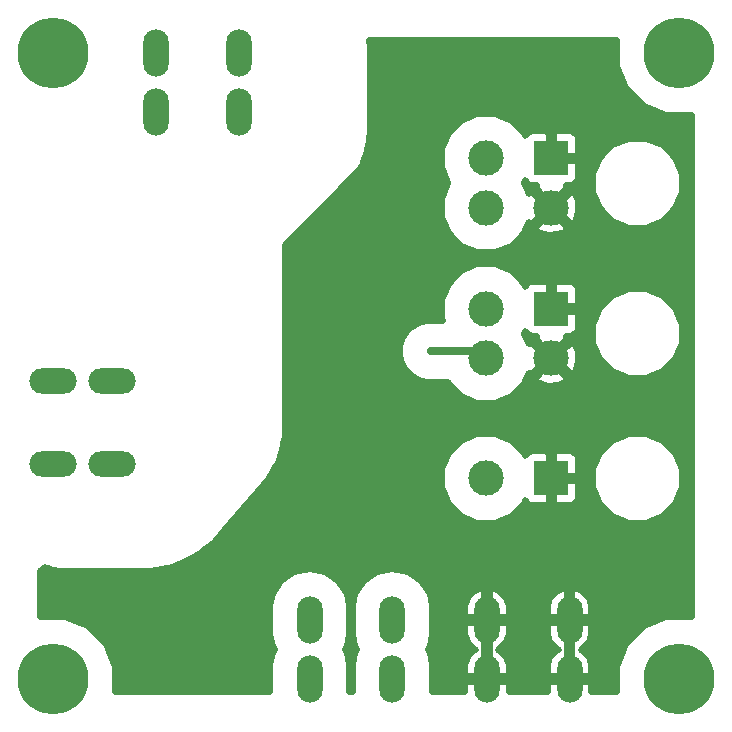
<source format=gbr>
G04 #@! TF.GenerationSoftware,KiCad,Pcbnew,(5.0.2)-1*
G04 #@! TF.CreationDate,2019-05-27T06:26:55-02:30*
G04 #@! TF.ProjectId,IndicatorLEDs_PCB,496e6469-6361-4746-9f72-4c4544735f50,rev?*
G04 #@! TF.SameCoordinates,Original*
G04 #@! TF.FileFunction,Copper,L2,Bot*
G04 #@! TF.FilePolarity,Positive*
%FSLAX46Y46*%
G04 Gerber Fmt 4.6, Leading zero omitted, Abs format (unit mm)*
G04 Created by KiCad (PCBNEW (5.0.2)-1) date 5/27/2019 6:26:55 AM*
%MOMM*%
%LPD*%
G01*
G04 APERTURE LIST*
G04 #@! TA.AperFunction,ComponentPad*
%ADD10C,6.000000*%
G04 #@! TD*
G04 #@! TA.AperFunction,ComponentPad*
%ADD11O,2.150000X4.000000*%
G04 #@! TD*
G04 #@! TA.AperFunction,ComponentPad*
%ADD12O,4.000000X2.150000*%
G04 #@! TD*
G04 #@! TA.AperFunction,ComponentPad*
%ADD13C,3.000000*%
G04 #@! TD*
G04 #@! TA.AperFunction,ComponentPad*
%ADD14R,3.000000X3.000000*%
G04 #@! TD*
G04 #@! TA.AperFunction,ViaPad*
%ADD15C,0.600000*%
G04 #@! TD*
G04 #@! TA.AperFunction,Conductor*
%ADD16C,0.152400*%
G04 #@! TD*
G04 #@! TA.AperFunction,Conductor*
%ADD17C,0.635000*%
G04 #@! TD*
G04 #@! TA.AperFunction,Conductor*
%ADD18C,0.540000*%
G04 #@! TD*
G04 APERTURE END LIST*
D10*
G04 #@! TO.P,H1,1*
G04 #@! TO.N,Net-(H1-Pad1)*
X53500000Y-146500000D03*
G04 #@! TD*
G04 #@! TO.P,H2,1*
G04 #@! TO.N,Net-(H2-Pad1)*
X106500000Y-146500000D03*
G04 #@! TD*
G04 #@! TO.P,H3,1*
G04 #@! TO.N,Net-(H3-Pad1)*
X106500000Y-93500000D03*
G04 #@! TD*
G04 #@! TO.P,H4,1*
G04 #@! TO.N,Net-(H4-Pad1)*
X53500000Y-93500000D03*
G04 #@! TD*
D11*
G04 #@! TO.P,J1,1*
G04 #@! TO.N,/HV_Contactor_+*
X62250000Y-93500000D03*
X69250000Y-93500000D03*
X69250000Y-98500000D03*
X62250000Y-98500000D03*
G04 #@! TD*
D12*
G04 #@! TO.P,J2,1*
G04 #@! TO.N,ISO_GND*
X53500000Y-121250000D03*
X53500000Y-128250000D03*
X58500000Y-128250000D03*
X58500000Y-121250000D03*
G04 #@! TD*
D11*
G04 #@! TO.P,J5,1*
G04 #@! TO.N,+12V*
X75250000Y-141500000D03*
X82250000Y-141500000D03*
X82250000Y-146500000D03*
X75250000Y-146500000D03*
G04 #@! TD*
G04 #@! TO.P,J6,1*
G04 #@! TO.N,GND*
X90250000Y-146500000D03*
X97250000Y-146500000D03*
X97250000Y-141500000D03*
X90250000Y-141500000D03*
G04 #@! TD*
D13*
G04 #@! TO.P,J3,2*
G04 #@! TO.N,/BMS_Shorted_I*
X90200000Y-129500000D03*
D14*
G04 #@! TO.P,J3,1*
G04 #@! TO.N,GND*
X95700000Y-129500000D03*
G04 #@! TD*
D13*
G04 #@! TO.P,J4,4*
G04 #@! TO.N,/GREEN_LED_FRONT*
X90200000Y-106600000D03*
G04 #@! TO.P,J4,3*
G04 #@! TO.N,/RED_LED_FRONT*
X90200000Y-102400000D03*
G04 #@! TO.P,J4,2*
G04 #@! TO.N,GND*
X95700000Y-106600000D03*
D14*
G04 #@! TO.P,J4,1*
X95700000Y-102400000D03*
G04 #@! TD*
G04 #@! TO.P,J7,1*
G04 #@! TO.N,GND*
X95700000Y-115150000D03*
D13*
G04 #@! TO.P,J7,2*
X95700000Y-119350000D03*
G04 #@! TO.P,J7,3*
G04 #@! TO.N,/RED_LED_FRONT*
X90200000Y-115150000D03*
G04 #@! TO.P,J7,4*
G04 #@! TO.N,/GREEN_LED_FRONT*
X90200000Y-119350000D03*
G04 #@! TD*
D15*
G04 #@! TO.N,GND*
X74000000Y-118000000D03*
X74000000Y-120000000D03*
X74000000Y-123500000D03*
X73000000Y-131000000D03*
X66000000Y-137500000D03*
X56500000Y-139750000D03*
X61250000Y-146000000D03*
X68750000Y-146000000D03*
X70000000Y-142500000D03*
X77000000Y-136250000D03*
X79250000Y-133500000D03*
X78750000Y-127000000D03*
X78750000Y-119500000D03*
X74500000Y-111750000D03*
X78000000Y-110250000D03*
X75500000Y-109000000D03*
X79000000Y-107000000D03*
X79250000Y-104500000D03*
X81000000Y-99500000D03*
X82000000Y-94000000D03*
X89250000Y-93750000D03*
X98250000Y-94250000D03*
X95500000Y-97250000D03*
X86500000Y-97000000D03*
X101250000Y-99500000D03*
X106750000Y-101250000D03*
X107000000Y-108750000D03*
X103000000Y-110750000D03*
X107000000Y-113750000D03*
X107000000Y-121250000D03*
X102750000Y-123250000D03*
X107000000Y-127000000D03*
X106750000Y-134250000D03*
X102000000Y-136250000D03*
X106250000Y-138750000D03*
X102000000Y-140000000D03*
G04 #@! TO.N,/GREEN_LED_FRONT*
X85500000Y-118750000D03*
G04 #@! TD*
D16*
G04 #@! TO.N,GND*
X74000000Y-120000000D02*
X74000000Y-123500000D01*
X73000000Y-131000000D02*
X66500000Y-137500000D01*
X66500000Y-137500000D02*
X66000000Y-137500000D01*
X56500000Y-139750000D02*
X61250000Y-144500000D01*
X61250000Y-144500000D02*
X61250000Y-146000000D01*
X68750000Y-146000000D02*
X68750000Y-143750000D01*
X68750000Y-143750000D02*
X70000000Y-142500000D01*
X77000000Y-136250000D02*
X77000000Y-135750000D01*
X77000000Y-135750000D02*
X79250000Y-133500000D01*
X78750000Y-127000000D02*
X78750000Y-119500000D01*
X74000000Y-118000000D02*
X74000000Y-112250000D01*
X74000000Y-112250000D02*
X74500000Y-111750000D01*
X78000000Y-110250000D02*
X76750000Y-110250000D01*
X76750000Y-110250000D02*
X75500000Y-109000000D01*
X79000000Y-107000000D02*
X79000000Y-104750000D01*
X79000000Y-104750000D02*
X79250000Y-104500000D01*
X81000000Y-99500000D02*
X82000000Y-98500000D01*
X82000000Y-98500000D02*
X82000000Y-94000000D01*
X89250000Y-93750000D02*
X89750000Y-94250000D01*
X89750000Y-94250000D02*
X98250000Y-94250000D01*
X95500000Y-97250000D02*
X86750000Y-97250000D01*
X86750000Y-97250000D02*
X86500000Y-97000000D01*
X105750000Y-101250000D02*
X106750000Y-101250000D01*
X104750000Y-100250000D02*
X105750000Y-101250000D01*
X101250000Y-99500000D02*
X102000000Y-100250000D01*
X102000000Y-100250000D02*
X104750000Y-100250000D01*
X107000000Y-108750000D02*
X105000000Y-108750000D01*
X105000000Y-108750000D02*
X103000000Y-110750000D01*
X107000000Y-113750000D02*
X107000000Y-121250000D01*
X102750000Y-123250000D02*
X106500000Y-127000000D01*
X106500000Y-127000000D02*
X107000000Y-127000000D01*
X106750000Y-134250000D02*
X104750000Y-136250000D01*
X104750000Y-136250000D02*
X102000000Y-136250000D01*
X106250000Y-138750000D02*
X105000000Y-140000000D01*
X105000000Y-140000000D02*
X102000000Y-140000000D01*
D17*
G04 #@! TO.N,/GREEN_LED_FRONT*
X89600000Y-118750000D02*
X90200000Y-119350000D01*
X85500000Y-118750000D02*
X89600000Y-118750000D01*
G04 #@! TD*
D18*
G04 #@! TO.N,GND*
G36*
X101230000Y-92451732D02*
X101230000Y-94548268D01*
X102032310Y-96485215D01*
X103514785Y-97967690D01*
X105451732Y-98770000D01*
X107548268Y-98770000D01*
X107630001Y-98736145D01*
X107630000Y-141263855D01*
X107548268Y-141230000D01*
X105451732Y-141230000D01*
X103514785Y-142032310D01*
X102032310Y-143514785D01*
X101230000Y-145451732D01*
X101230000Y-147548268D01*
X101263855Y-147630000D01*
X99103000Y-147630000D01*
X99103000Y-146730000D01*
X97480000Y-146730000D01*
X97480000Y-146750000D01*
X97020000Y-146750000D01*
X97020000Y-146730000D01*
X95397000Y-146730000D01*
X95397000Y-147630000D01*
X92103000Y-147630000D01*
X92103000Y-146730000D01*
X90480000Y-146730000D01*
X90480000Y-146750000D01*
X90020000Y-146750000D01*
X90020000Y-146730000D01*
X88397000Y-146730000D01*
X88397000Y-147630000D01*
X85595000Y-147630000D01*
X85595000Y-145245548D01*
X85400921Y-144269846D01*
X85220615Y-144000000D01*
X85400921Y-143730154D01*
X85595000Y-142754452D01*
X85595000Y-141730000D01*
X88397000Y-141730000D01*
X88397000Y-142655000D01*
X88626068Y-143346605D01*
X89102365Y-143897904D01*
X89312719Y-144000000D01*
X89102365Y-144102096D01*
X88626068Y-144653395D01*
X88397000Y-145345000D01*
X88397000Y-146270000D01*
X90020000Y-146270000D01*
X90020000Y-141730000D01*
X90480000Y-141730000D01*
X90480000Y-146270000D01*
X92103000Y-146270000D01*
X92103000Y-145345000D01*
X91873932Y-144653395D01*
X91397635Y-144102096D01*
X91187281Y-144000000D01*
X91397635Y-143897904D01*
X91873932Y-143346605D01*
X92103000Y-142655000D01*
X92103000Y-141730000D01*
X95397000Y-141730000D01*
X95397000Y-142655000D01*
X95626068Y-143346605D01*
X96102365Y-143897904D01*
X96312719Y-144000000D01*
X96102365Y-144102096D01*
X95626068Y-144653395D01*
X95397000Y-145345000D01*
X95397000Y-146270000D01*
X97020000Y-146270000D01*
X97020000Y-141730000D01*
X97480000Y-141730000D01*
X97480000Y-146270000D01*
X99103000Y-146270000D01*
X99103000Y-145345000D01*
X98873932Y-144653395D01*
X98397635Y-144102096D01*
X98187281Y-144000000D01*
X98397635Y-143897904D01*
X98873932Y-143346605D01*
X99103000Y-142655000D01*
X99103000Y-141730000D01*
X97480000Y-141730000D01*
X97020000Y-141730000D01*
X95397000Y-141730000D01*
X92103000Y-141730000D01*
X90480000Y-141730000D01*
X90020000Y-141730000D01*
X88397000Y-141730000D01*
X85595000Y-141730000D01*
X85595000Y-140345000D01*
X88397000Y-140345000D01*
X88397000Y-141270000D01*
X90020000Y-141270000D01*
X90020000Y-138932526D01*
X90480000Y-138932526D01*
X90480000Y-141270000D01*
X92103000Y-141270000D01*
X92103000Y-140345000D01*
X95397000Y-140345000D01*
X95397000Y-141270000D01*
X97020000Y-141270000D01*
X97020000Y-138932526D01*
X97480000Y-138932526D01*
X97480000Y-141270000D01*
X99103000Y-141270000D01*
X99103000Y-140345000D01*
X98873932Y-139653395D01*
X98397635Y-139102096D01*
X97764800Y-138794947D01*
X97480000Y-138932526D01*
X97020000Y-138932526D01*
X96735200Y-138794947D01*
X96102365Y-139102096D01*
X95626068Y-139653395D01*
X95397000Y-140345000D01*
X92103000Y-140345000D01*
X91873932Y-139653395D01*
X91397635Y-139102096D01*
X90764800Y-138794947D01*
X90480000Y-138932526D01*
X90020000Y-138932526D01*
X89735200Y-138794947D01*
X89102365Y-139102096D01*
X88626068Y-139653395D01*
X88397000Y-140345000D01*
X85595000Y-140345000D01*
X85595000Y-140245548D01*
X85400921Y-139269846D01*
X84661610Y-138163390D01*
X83555153Y-137424079D01*
X82250000Y-137164468D01*
X80944846Y-137424079D01*
X79838390Y-138163390D01*
X79099079Y-139269847D01*
X78905000Y-140245549D01*
X78905000Y-142754452D01*
X79099079Y-143730154D01*
X79279385Y-144000000D01*
X79099079Y-144269847D01*
X78905000Y-145245549D01*
X78905000Y-147630000D01*
X78595000Y-147630000D01*
X78595000Y-145245548D01*
X78400921Y-144269846D01*
X78220615Y-144000000D01*
X78400921Y-143730154D01*
X78595000Y-142754452D01*
X78595000Y-140245548D01*
X78400921Y-139269846D01*
X77661610Y-138163390D01*
X76555153Y-137424079D01*
X75250000Y-137164468D01*
X73944846Y-137424079D01*
X72838390Y-138163390D01*
X72099079Y-139269847D01*
X71905000Y-140245549D01*
X71905000Y-142754452D01*
X72099079Y-143730154D01*
X72279385Y-144000000D01*
X72099079Y-144269847D01*
X71905000Y-145245549D01*
X71905000Y-147630000D01*
X58736145Y-147630000D01*
X58770000Y-147548268D01*
X58770000Y-145451732D01*
X57967690Y-143514785D01*
X56485215Y-142032310D01*
X54548268Y-141230000D01*
X52451732Y-141230000D01*
X52370000Y-141263855D01*
X52370000Y-137383049D01*
X52796106Y-136980616D01*
X52959519Y-137059086D01*
X53120005Y-137108458D01*
X53270785Y-137182324D01*
X53633077Y-137266299D01*
X54092413Y-137335357D01*
X54266576Y-137370000D01*
X61483424Y-137370000D01*
X61602401Y-137346334D01*
X62310222Y-137274031D01*
X62475532Y-137243892D01*
X62641226Y-137216277D01*
X63631791Y-136969993D01*
X63984547Y-136852221D01*
X64924387Y-136454011D01*
X65254376Y-136282505D01*
X66120353Y-135742175D01*
X66320042Y-135594615D01*
X66419449Y-135521159D01*
X67190238Y-134852012D01*
X67350371Y-134689274D01*
X67451078Y-134586929D01*
X68103730Y-133810165D01*
X71465115Y-129851751D01*
X71678933Y-129605637D01*
X71784440Y-129457083D01*
X71896035Y-129313041D01*
X71913456Y-129284907D01*
X72239473Y-128750100D01*
X86430000Y-128750100D01*
X86430000Y-130249900D01*
X87003948Y-131635534D01*
X88064466Y-132696052D01*
X89450100Y-133270000D01*
X90949900Y-133270000D01*
X92335534Y-132696052D01*
X93396052Y-131635534D01*
X93508599Y-131363821D01*
X93540444Y-131440702D01*
X93759299Y-131659557D01*
X94045246Y-131778000D01*
X95275500Y-131778000D01*
X95470000Y-131583500D01*
X95470000Y-129730000D01*
X95930000Y-129730000D01*
X95930000Y-131583500D01*
X96124500Y-131778000D01*
X97354754Y-131778000D01*
X97640701Y-131659557D01*
X97859556Y-131440702D01*
X97978000Y-131154754D01*
X97978000Y-129924500D01*
X97783500Y-129730000D01*
X95930000Y-129730000D01*
X95470000Y-129730000D01*
X95450000Y-129730000D01*
X95450000Y-129270000D01*
X95470000Y-129270000D01*
X95470000Y-127416500D01*
X95930000Y-127416500D01*
X95930000Y-129270000D01*
X97783500Y-129270000D01*
X97978000Y-129075500D01*
X97978000Y-128750100D01*
X99230000Y-128750100D01*
X99230000Y-130249900D01*
X99803948Y-131635534D01*
X100864466Y-132696052D01*
X102250100Y-133270000D01*
X103749900Y-133270000D01*
X105135534Y-132696052D01*
X106196052Y-131635534D01*
X106770000Y-130249900D01*
X106770000Y-128750100D01*
X106196052Y-127364466D01*
X105135534Y-126303948D01*
X103749900Y-125730000D01*
X102250100Y-125730000D01*
X100864466Y-126303948D01*
X99803948Y-127364466D01*
X99230000Y-128750100D01*
X97978000Y-128750100D01*
X97978000Y-127845246D01*
X97859556Y-127559298D01*
X97640701Y-127340443D01*
X97354754Y-127222000D01*
X96124500Y-127222000D01*
X95930000Y-127416500D01*
X95470000Y-127416500D01*
X95275500Y-127222000D01*
X94045246Y-127222000D01*
X93759299Y-127340443D01*
X93540444Y-127559298D01*
X93508599Y-127636179D01*
X93396052Y-127364466D01*
X92335534Y-126303948D01*
X90949900Y-125730000D01*
X89450100Y-125730000D01*
X88064466Y-126303948D01*
X87003948Y-127364466D01*
X86430000Y-128750100D01*
X72239473Y-128750100D01*
X72344447Y-128577899D01*
X72437835Y-128384428D01*
X72533891Y-128192327D01*
X72545516Y-128161346D01*
X72830974Y-127384088D01*
X72885002Y-127176172D01*
X72941918Y-126969065D01*
X72947304Y-126936415D01*
X73012009Y-126526331D01*
X73120000Y-125983424D01*
X73120000Y-118750000D01*
X82861808Y-118750000D01*
X82930000Y-119092825D01*
X82930000Y-119261205D01*
X82994436Y-119416767D01*
X83062628Y-119759592D01*
X83256822Y-120050224D01*
X83321259Y-120205788D01*
X83440324Y-120324853D01*
X83634517Y-120615483D01*
X83925147Y-120809676D01*
X84044212Y-120928741D01*
X84199776Y-120993178D01*
X84490408Y-121187372D01*
X84833232Y-121255564D01*
X84988795Y-121320000D01*
X85157175Y-121320000D01*
X85245154Y-121337500D01*
X86942630Y-121337500D01*
X87003948Y-121485534D01*
X88064466Y-122546052D01*
X89450100Y-123120000D01*
X90949900Y-123120000D01*
X92335534Y-122546052D01*
X93396052Y-121485534D01*
X93593589Y-121008635D01*
X94366634Y-121008635D01*
X94527577Y-121355001D01*
X95384104Y-121651046D01*
X96288722Y-121596778D01*
X96872423Y-121355001D01*
X97033366Y-121008635D01*
X95700000Y-119675269D01*
X94366634Y-121008635D01*
X93593589Y-121008635D01*
X93778847Y-120561384D01*
X94041365Y-120683366D01*
X95374731Y-119350000D01*
X96025269Y-119350000D01*
X97358635Y-120683366D01*
X97705001Y-120522423D01*
X98001046Y-119665896D01*
X97946778Y-118761278D01*
X97705001Y-118177577D01*
X97358635Y-118016634D01*
X96025269Y-119350000D01*
X95374731Y-119350000D01*
X94041365Y-118016634D01*
X93778847Y-118138616D01*
X93410771Y-117250000D01*
X93508599Y-117013821D01*
X93540444Y-117090702D01*
X93759299Y-117309557D01*
X94045246Y-117428000D01*
X94489010Y-117428000D01*
X94366634Y-117691365D01*
X95700000Y-119024731D01*
X97033366Y-117691365D01*
X96910990Y-117428000D01*
X97354754Y-117428000D01*
X97640701Y-117309557D01*
X97859556Y-117090702D01*
X97978000Y-116804754D01*
X97978000Y-116500100D01*
X99230000Y-116500100D01*
X99230000Y-117999900D01*
X99803948Y-119385534D01*
X100864466Y-120446052D01*
X102250100Y-121020000D01*
X103749900Y-121020000D01*
X105135534Y-120446052D01*
X106196052Y-119385534D01*
X106770000Y-117999900D01*
X106770000Y-116500100D01*
X106196052Y-115114466D01*
X105135534Y-114053948D01*
X103749900Y-113480000D01*
X102250100Y-113480000D01*
X100864466Y-114053948D01*
X99803948Y-115114466D01*
X99230000Y-116500100D01*
X97978000Y-116500100D01*
X97978000Y-115574500D01*
X97783500Y-115380000D01*
X95930000Y-115380000D01*
X95930000Y-115400000D01*
X95470000Y-115400000D01*
X95470000Y-115380000D01*
X95450000Y-115380000D01*
X95450000Y-114920000D01*
X95470000Y-114920000D01*
X95470000Y-113066500D01*
X95930000Y-113066500D01*
X95930000Y-114920000D01*
X97783500Y-114920000D01*
X97978000Y-114725500D01*
X97978000Y-113495246D01*
X97859556Y-113209298D01*
X97640701Y-112990443D01*
X97354754Y-112872000D01*
X96124500Y-112872000D01*
X95930000Y-113066500D01*
X95470000Y-113066500D01*
X95275500Y-112872000D01*
X94045246Y-112872000D01*
X93759299Y-112990443D01*
X93540444Y-113209298D01*
X93508599Y-113286179D01*
X93396052Y-113014466D01*
X92335534Y-111953948D01*
X90949900Y-111380000D01*
X89450100Y-111380000D01*
X88064466Y-111953948D01*
X87003948Y-113014466D01*
X86430000Y-114400100D01*
X86430000Y-115899900D01*
X86538772Y-116162500D01*
X85245154Y-116162500D01*
X85157175Y-116180000D01*
X84988795Y-116180000D01*
X84833232Y-116244436D01*
X84490408Y-116312628D01*
X84199776Y-116506822D01*
X84044212Y-116571259D01*
X83925147Y-116690324D01*
X83634517Y-116884517D01*
X83440324Y-117175147D01*
X83321259Y-117294212D01*
X83256822Y-117449776D01*
X83062628Y-117740408D01*
X82994436Y-118083233D01*
X82930000Y-118238795D01*
X82930000Y-118407175D01*
X82861808Y-118750000D01*
X73120000Y-118750000D01*
X73120000Y-109731685D01*
X79340898Y-103510788D01*
X79732491Y-102924728D01*
X79778218Y-102694843D01*
X79875819Y-102461213D01*
X79923969Y-102310096D01*
X79978221Y-102161039D01*
X80115126Y-101650100D01*
X86430000Y-101650100D01*
X86430000Y-103149900D01*
X86989229Y-104500000D01*
X86430000Y-105850100D01*
X86430000Y-107349900D01*
X87003948Y-108735534D01*
X88064466Y-109796052D01*
X89450100Y-110370000D01*
X90949900Y-110370000D01*
X92335534Y-109796052D01*
X93396052Y-108735534D01*
X93593589Y-108258635D01*
X94366634Y-108258635D01*
X94527577Y-108605001D01*
X95384104Y-108901046D01*
X96288722Y-108846778D01*
X96872423Y-108605001D01*
X97033366Y-108258635D01*
X95700000Y-106925269D01*
X94366634Y-108258635D01*
X93593589Y-108258635D01*
X93778847Y-107811384D01*
X94041365Y-107933366D01*
X95374731Y-106600000D01*
X96025269Y-106600000D01*
X97358635Y-107933366D01*
X97705001Y-107772423D01*
X98001046Y-106915896D01*
X97946778Y-106011278D01*
X97705001Y-105427577D01*
X97358635Y-105266634D01*
X96025269Y-106600000D01*
X95374731Y-106600000D01*
X94041365Y-105266634D01*
X93778847Y-105388616D01*
X93410771Y-104500000D01*
X93508599Y-104263821D01*
X93540444Y-104340702D01*
X93759299Y-104559557D01*
X94045246Y-104678000D01*
X94489010Y-104678000D01*
X94366634Y-104941365D01*
X95700000Y-106274731D01*
X97033366Y-104941365D01*
X96910990Y-104678000D01*
X97354754Y-104678000D01*
X97640701Y-104559557D01*
X97859556Y-104340702D01*
X97978000Y-104054754D01*
X97978000Y-103750100D01*
X99230000Y-103750100D01*
X99230000Y-105249900D01*
X99803948Y-106635534D01*
X100864466Y-107696052D01*
X102250100Y-108270000D01*
X103749900Y-108270000D01*
X105135534Y-107696052D01*
X106196052Y-106635534D01*
X106770000Y-105249900D01*
X106770000Y-103750100D01*
X106196052Y-102364466D01*
X105135534Y-101303948D01*
X103749900Y-100730000D01*
X102250100Y-100730000D01*
X100864466Y-101303948D01*
X99803948Y-102364466D01*
X99230000Y-103750100D01*
X97978000Y-103750100D01*
X97978000Y-102824500D01*
X97783500Y-102630000D01*
X95930000Y-102630000D01*
X95930000Y-102650000D01*
X95470000Y-102650000D01*
X95470000Y-102630000D01*
X95450000Y-102630000D01*
X95450000Y-102170000D01*
X95470000Y-102170000D01*
X95470000Y-100316500D01*
X95930000Y-100316500D01*
X95930000Y-102170000D01*
X97783500Y-102170000D01*
X97978000Y-101975500D01*
X97978000Y-100745246D01*
X97859556Y-100459298D01*
X97640701Y-100240443D01*
X97354754Y-100122000D01*
X96124500Y-100122000D01*
X95930000Y-100316500D01*
X95470000Y-100316500D01*
X95275500Y-100122000D01*
X94045246Y-100122000D01*
X93759299Y-100240443D01*
X93540444Y-100459298D01*
X93508599Y-100536179D01*
X93396052Y-100264466D01*
X92335534Y-99203948D01*
X90949900Y-98630000D01*
X89450100Y-98630000D01*
X88064466Y-99203948D01*
X87003948Y-100264466D01*
X86430000Y-101650100D01*
X80115126Y-101650100D01*
X80215343Y-101276085D01*
X80250751Y-101075272D01*
X80287079Y-100869246D01*
X80360322Y-100032079D01*
X80370000Y-99983424D01*
X80370000Y-93016576D01*
X80241388Y-92370000D01*
X101263855Y-92370000D01*
X101230000Y-92451732D01*
X101230000Y-92451732D01*
G37*
X101230000Y-92451732D02*
X101230000Y-94548268D01*
X102032310Y-96485215D01*
X103514785Y-97967690D01*
X105451732Y-98770000D01*
X107548268Y-98770000D01*
X107630001Y-98736145D01*
X107630000Y-141263855D01*
X107548268Y-141230000D01*
X105451732Y-141230000D01*
X103514785Y-142032310D01*
X102032310Y-143514785D01*
X101230000Y-145451732D01*
X101230000Y-147548268D01*
X101263855Y-147630000D01*
X99103000Y-147630000D01*
X99103000Y-146730000D01*
X97480000Y-146730000D01*
X97480000Y-146750000D01*
X97020000Y-146750000D01*
X97020000Y-146730000D01*
X95397000Y-146730000D01*
X95397000Y-147630000D01*
X92103000Y-147630000D01*
X92103000Y-146730000D01*
X90480000Y-146730000D01*
X90480000Y-146750000D01*
X90020000Y-146750000D01*
X90020000Y-146730000D01*
X88397000Y-146730000D01*
X88397000Y-147630000D01*
X85595000Y-147630000D01*
X85595000Y-145245548D01*
X85400921Y-144269846D01*
X85220615Y-144000000D01*
X85400921Y-143730154D01*
X85595000Y-142754452D01*
X85595000Y-141730000D01*
X88397000Y-141730000D01*
X88397000Y-142655000D01*
X88626068Y-143346605D01*
X89102365Y-143897904D01*
X89312719Y-144000000D01*
X89102365Y-144102096D01*
X88626068Y-144653395D01*
X88397000Y-145345000D01*
X88397000Y-146270000D01*
X90020000Y-146270000D01*
X90020000Y-141730000D01*
X90480000Y-141730000D01*
X90480000Y-146270000D01*
X92103000Y-146270000D01*
X92103000Y-145345000D01*
X91873932Y-144653395D01*
X91397635Y-144102096D01*
X91187281Y-144000000D01*
X91397635Y-143897904D01*
X91873932Y-143346605D01*
X92103000Y-142655000D01*
X92103000Y-141730000D01*
X95397000Y-141730000D01*
X95397000Y-142655000D01*
X95626068Y-143346605D01*
X96102365Y-143897904D01*
X96312719Y-144000000D01*
X96102365Y-144102096D01*
X95626068Y-144653395D01*
X95397000Y-145345000D01*
X95397000Y-146270000D01*
X97020000Y-146270000D01*
X97020000Y-141730000D01*
X97480000Y-141730000D01*
X97480000Y-146270000D01*
X99103000Y-146270000D01*
X99103000Y-145345000D01*
X98873932Y-144653395D01*
X98397635Y-144102096D01*
X98187281Y-144000000D01*
X98397635Y-143897904D01*
X98873932Y-143346605D01*
X99103000Y-142655000D01*
X99103000Y-141730000D01*
X97480000Y-141730000D01*
X97020000Y-141730000D01*
X95397000Y-141730000D01*
X92103000Y-141730000D01*
X90480000Y-141730000D01*
X90020000Y-141730000D01*
X88397000Y-141730000D01*
X85595000Y-141730000D01*
X85595000Y-140345000D01*
X88397000Y-140345000D01*
X88397000Y-141270000D01*
X90020000Y-141270000D01*
X90020000Y-138932526D01*
X90480000Y-138932526D01*
X90480000Y-141270000D01*
X92103000Y-141270000D01*
X92103000Y-140345000D01*
X95397000Y-140345000D01*
X95397000Y-141270000D01*
X97020000Y-141270000D01*
X97020000Y-138932526D01*
X97480000Y-138932526D01*
X97480000Y-141270000D01*
X99103000Y-141270000D01*
X99103000Y-140345000D01*
X98873932Y-139653395D01*
X98397635Y-139102096D01*
X97764800Y-138794947D01*
X97480000Y-138932526D01*
X97020000Y-138932526D01*
X96735200Y-138794947D01*
X96102365Y-139102096D01*
X95626068Y-139653395D01*
X95397000Y-140345000D01*
X92103000Y-140345000D01*
X91873932Y-139653395D01*
X91397635Y-139102096D01*
X90764800Y-138794947D01*
X90480000Y-138932526D01*
X90020000Y-138932526D01*
X89735200Y-138794947D01*
X89102365Y-139102096D01*
X88626068Y-139653395D01*
X88397000Y-140345000D01*
X85595000Y-140345000D01*
X85595000Y-140245548D01*
X85400921Y-139269846D01*
X84661610Y-138163390D01*
X83555153Y-137424079D01*
X82250000Y-137164468D01*
X80944846Y-137424079D01*
X79838390Y-138163390D01*
X79099079Y-139269847D01*
X78905000Y-140245549D01*
X78905000Y-142754452D01*
X79099079Y-143730154D01*
X79279385Y-144000000D01*
X79099079Y-144269847D01*
X78905000Y-145245549D01*
X78905000Y-147630000D01*
X78595000Y-147630000D01*
X78595000Y-145245548D01*
X78400921Y-144269846D01*
X78220615Y-144000000D01*
X78400921Y-143730154D01*
X78595000Y-142754452D01*
X78595000Y-140245548D01*
X78400921Y-139269846D01*
X77661610Y-138163390D01*
X76555153Y-137424079D01*
X75250000Y-137164468D01*
X73944846Y-137424079D01*
X72838390Y-138163390D01*
X72099079Y-139269847D01*
X71905000Y-140245549D01*
X71905000Y-142754452D01*
X72099079Y-143730154D01*
X72279385Y-144000000D01*
X72099079Y-144269847D01*
X71905000Y-145245549D01*
X71905000Y-147630000D01*
X58736145Y-147630000D01*
X58770000Y-147548268D01*
X58770000Y-145451732D01*
X57967690Y-143514785D01*
X56485215Y-142032310D01*
X54548268Y-141230000D01*
X52451732Y-141230000D01*
X52370000Y-141263855D01*
X52370000Y-137383049D01*
X52796106Y-136980616D01*
X52959519Y-137059086D01*
X53120005Y-137108458D01*
X53270785Y-137182324D01*
X53633077Y-137266299D01*
X54092413Y-137335357D01*
X54266576Y-137370000D01*
X61483424Y-137370000D01*
X61602401Y-137346334D01*
X62310222Y-137274031D01*
X62475532Y-137243892D01*
X62641226Y-137216277D01*
X63631791Y-136969993D01*
X63984547Y-136852221D01*
X64924387Y-136454011D01*
X65254376Y-136282505D01*
X66120353Y-135742175D01*
X66320042Y-135594615D01*
X66419449Y-135521159D01*
X67190238Y-134852012D01*
X67350371Y-134689274D01*
X67451078Y-134586929D01*
X68103730Y-133810165D01*
X71465115Y-129851751D01*
X71678933Y-129605637D01*
X71784440Y-129457083D01*
X71896035Y-129313041D01*
X71913456Y-129284907D01*
X72239473Y-128750100D01*
X86430000Y-128750100D01*
X86430000Y-130249900D01*
X87003948Y-131635534D01*
X88064466Y-132696052D01*
X89450100Y-133270000D01*
X90949900Y-133270000D01*
X92335534Y-132696052D01*
X93396052Y-131635534D01*
X93508599Y-131363821D01*
X93540444Y-131440702D01*
X93759299Y-131659557D01*
X94045246Y-131778000D01*
X95275500Y-131778000D01*
X95470000Y-131583500D01*
X95470000Y-129730000D01*
X95930000Y-129730000D01*
X95930000Y-131583500D01*
X96124500Y-131778000D01*
X97354754Y-131778000D01*
X97640701Y-131659557D01*
X97859556Y-131440702D01*
X97978000Y-131154754D01*
X97978000Y-129924500D01*
X97783500Y-129730000D01*
X95930000Y-129730000D01*
X95470000Y-129730000D01*
X95450000Y-129730000D01*
X95450000Y-129270000D01*
X95470000Y-129270000D01*
X95470000Y-127416500D01*
X95930000Y-127416500D01*
X95930000Y-129270000D01*
X97783500Y-129270000D01*
X97978000Y-129075500D01*
X97978000Y-128750100D01*
X99230000Y-128750100D01*
X99230000Y-130249900D01*
X99803948Y-131635534D01*
X100864466Y-132696052D01*
X102250100Y-133270000D01*
X103749900Y-133270000D01*
X105135534Y-132696052D01*
X106196052Y-131635534D01*
X106770000Y-130249900D01*
X106770000Y-128750100D01*
X106196052Y-127364466D01*
X105135534Y-126303948D01*
X103749900Y-125730000D01*
X102250100Y-125730000D01*
X100864466Y-126303948D01*
X99803948Y-127364466D01*
X99230000Y-128750100D01*
X97978000Y-128750100D01*
X97978000Y-127845246D01*
X97859556Y-127559298D01*
X97640701Y-127340443D01*
X97354754Y-127222000D01*
X96124500Y-127222000D01*
X95930000Y-127416500D01*
X95470000Y-127416500D01*
X95275500Y-127222000D01*
X94045246Y-127222000D01*
X93759299Y-127340443D01*
X93540444Y-127559298D01*
X93508599Y-127636179D01*
X93396052Y-127364466D01*
X92335534Y-126303948D01*
X90949900Y-125730000D01*
X89450100Y-125730000D01*
X88064466Y-126303948D01*
X87003948Y-127364466D01*
X86430000Y-128750100D01*
X72239473Y-128750100D01*
X72344447Y-128577899D01*
X72437835Y-128384428D01*
X72533891Y-128192327D01*
X72545516Y-128161346D01*
X72830974Y-127384088D01*
X72885002Y-127176172D01*
X72941918Y-126969065D01*
X72947304Y-126936415D01*
X73012009Y-126526331D01*
X73120000Y-125983424D01*
X73120000Y-118750000D01*
X82861808Y-118750000D01*
X82930000Y-119092825D01*
X82930000Y-119261205D01*
X82994436Y-119416767D01*
X83062628Y-119759592D01*
X83256822Y-120050224D01*
X83321259Y-120205788D01*
X83440324Y-120324853D01*
X83634517Y-120615483D01*
X83925147Y-120809676D01*
X84044212Y-120928741D01*
X84199776Y-120993178D01*
X84490408Y-121187372D01*
X84833232Y-121255564D01*
X84988795Y-121320000D01*
X85157175Y-121320000D01*
X85245154Y-121337500D01*
X86942630Y-121337500D01*
X87003948Y-121485534D01*
X88064466Y-122546052D01*
X89450100Y-123120000D01*
X90949900Y-123120000D01*
X92335534Y-122546052D01*
X93396052Y-121485534D01*
X93593589Y-121008635D01*
X94366634Y-121008635D01*
X94527577Y-121355001D01*
X95384104Y-121651046D01*
X96288722Y-121596778D01*
X96872423Y-121355001D01*
X97033366Y-121008635D01*
X95700000Y-119675269D01*
X94366634Y-121008635D01*
X93593589Y-121008635D01*
X93778847Y-120561384D01*
X94041365Y-120683366D01*
X95374731Y-119350000D01*
X96025269Y-119350000D01*
X97358635Y-120683366D01*
X97705001Y-120522423D01*
X98001046Y-119665896D01*
X97946778Y-118761278D01*
X97705001Y-118177577D01*
X97358635Y-118016634D01*
X96025269Y-119350000D01*
X95374731Y-119350000D01*
X94041365Y-118016634D01*
X93778847Y-118138616D01*
X93410771Y-117250000D01*
X93508599Y-117013821D01*
X93540444Y-117090702D01*
X93759299Y-117309557D01*
X94045246Y-117428000D01*
X94489010Y-117428000D01*
X94366634Y-117691365D01*
X95700000Y-119024731D01*
X97033366Y-117691365D01*
X96910990Y-117428000D01*
X97354754Y-117428000D01*
X97640701Y-117309557D01*
X97859556Y-117090702D01*
X97978000Y-116804754D01*
X97978000Y-116500100D01*
X99230000Y-116500100D01*
X99230000Y-117999900D01*
X99803948Y-119385534D01*
X100864466Y-120446052D01*
X102250100Y-121020000D01*
X103749900Y-121020000D01*
X105135534Y-120446052D01*
X106196052Y-119385534D01*
X106770000Y-117999900D01*
X106770000Y-116500100D01*
X106196052Y-115114466D01*
X105135534Y-114053948D01*
X103749900Y-113480000D01*
X102250100Y-113480000D01*
X100864466Y-114053948D01*
X99803948Y-115114466D01*
X99230000Y-116500100D01*
X97978000Y-116500100D01*
X97978000Y-115574500D01*
X97783500Y-115380000D01*
X95930000Y-115380000D01*
X95930000Y-115400000D01*
X95470000Y-115400000D01*
X95470000Y-115380000D01*
X95450000Y-115380000D01*
X95450000Y-114920000D01*
X95470000Y-114920000D01*
X95470000Y-113066500D01*
X95930000Y-113066500D01*
X95930000Y-114920000D01*
X97783500Y-114920000D01*
X97978000Y-114725500D01*
X97978000Y-113495246D01*
X97859556Y-113209298D01*
X97640701Y-112990443D01*
X97354754Y-112872000D01*
X96124500Y-112872000D01*
X95930000Y-113066500D01*
X95470000Y-113066500D01*
X95275500Y-112872000D01*
X94045246Y-112872000D01*
X93759299Y-112990443D01*
X93540444Y-113209298D01*
X93508599Y-113286179D01*
X93396052Y-113014466D01*
X92335534Y-111953948D01*
X90949900Y-111380000D01*
X89450100Y-111380000D01*
X88064466Y-111953948D01*
X87003948Y-113014466D01*
X86430000Y-114400100D01*
X86430000Y-115899900D01*
X86538772Y-116162500D01*
X85245154Y-116162500D01*
X85157175Y-116180000D01*
X84988795Y-116180000D01*
X84833232Y-116244436D01*
X84490408Y-116312628D01*
X84199776Y-116506822D01*
X84044212Y-116571259D01*
X83925147Y-116690324D01*
X83634517Y-116884517D01*
X83440324Y-117175147D01*
X83321259Y-117294212D01*
X83256822Y-117449776D01*
X83062628Y-117740408D01*
X82994436Y-118083233D01*
X82930000Y-118238795D01*
X82930000Y-118407175D01*
X82861808Y-118750000D01*
X73120000Y-118750000D01*
X73120000Y-109731685D01*
X79340898Y-103510788D01*
X79732491Y-102924728D01*
X79778218Y-102694843D01*
X79875819Y-102461213D01*
X79923969Y-102310096D01*
X79978221Y-102161039D01*
X80115126Y-101650100D01*
X86430000Y-101650100D01*
X86430000Y-103149900D01*
X86989229Y-104500000D01*
X86430000Y-105850100D01*
X86430000Y-107349900D01*
X87003948Y-108735534D01*
X88064466Y-109796052D01*
X89450100Y-110370000D01*
X90949900Y-110370000D01*
X92335534Y-109796052D01*
X93396052Y-108735534D01*
X93593589Y-108258635D01*
X94366634Y-108258635D01*
X94527577Y-108605001D01*
X95384104Y-108901046D01*
X96288722Y-108846778D01*
X96872423Y-108605001D01*
X97033366Y-108258635D01*
X95700000Y-106925269D01*
X94366634Y-108258635D01*
X93593589Y-108258635D01*
X93778847Y-107811384D01*
X94041365Y-107933366D01*
X95374731Y-106600000D01*
X96025269Y-106600000D01*
X97358635Y-107933366D01*
X97705001Y-107772423D01*
X98001046Y-106915896D01*
X97946778Y-106011278D01*
X97705001Y-105427577D01*
X97358635Y-105266634D01*
X96025269Y-106600000D01*
X95374731Y-106600000D01*
X94041365Y-105266634D01*
X93778847Y-105388616D01*
X93410771Y-104500000D01*
X93508599Y-104263821D01*
X93540444Y-104340702D01*
X93759299Y-104559557D01*
X94045246Y-104678000D01*
X94489010Y-104678000D01*
X94366634Y-104941365D01*
X95700000Y-106274731D01*
X97033366Y-104941365D01*
X96910990Y-104678000D01*
X97354754Y-104678000D01*
X97640701Y-104559557D01*
X97859556Y-104340702D01*
X97978000Y-104054754D01*
X97978000Y-103750100D01*
X99230000Y-103750100D01*
X99230000Y-105249900D01*
X99803948Y-106635534D01*
X100864466Y-107696052D01*
X102250100Y-108270000D01*
X103749900Y-108270000D01*
X105135534Y-107696052D01*
X106196052Y-106635534D01*
X106770000Y-105249900D01*
X106770000Y-103750100D01*
X106196052Y-102364466D01*
X105135534Y-101303948D01*
X103749900Y-100730000D01*
X102250100Y-100730000D01*
X100864466Y-101303948D01*
X99803948Y-102364466D01*
X99230000Y-103750100D01*
X97978000Y-103750100D01*
X97978000Y-102824500D01*
X97783500Y-102630000D01*
X95930000Y-102630000D01*
X95930000Y-102650000D01*
X95470000Y-102650000D01*
X95470000Y-102630000D01*
X95450000Y-102630000D01*
X95450000Y-102170000D01*
X95470000Y-102170000D01*
X95470000Y-100316500D01*
X95930000Y-100316500D01*
X95930000Y-102170000D01*
X97783500Y-102170000D01*
X97978000Y-101975500D01*
X97978000Y-100745246D01*
X97859556Y-100459298D01*
X97640701Y-100240443D01*
X97354754Y-100122000D01*
X96124500Y-100122000D01*
X95930000Y-100316500D01*
X95470000Y-100316500D01*
X95275500Y-100122000D01*
X94045246Y-100122000D01*
X93759299Y-100240443D01*
X93540444Y-100459298D01*
X93508599Y-100536179D01*
X93396052Y-100264466D01*
X92335534Y-99203948D01*
X90949900Y-98630000D01*
X89450100Y-98630000D01*
X88064466Y-99203948D01*
X87003948Y-100264466D01*
X86430000Y-101650100D01*
X80115126Y-101650100D01*
X80215343Y-101276085D01*
X80250751Y-101075272D01*
X80287079Y-100869246D01*
X80360322Y-100032079D01*
X80370000Y-99983424D01*
X80370000Y-93016576D01*
X80241388Y-92370000D01*
X101263855Y-92370000D01*
X101230000Y-92451732D01*
G04 #@! TD*
M02*

</source>
